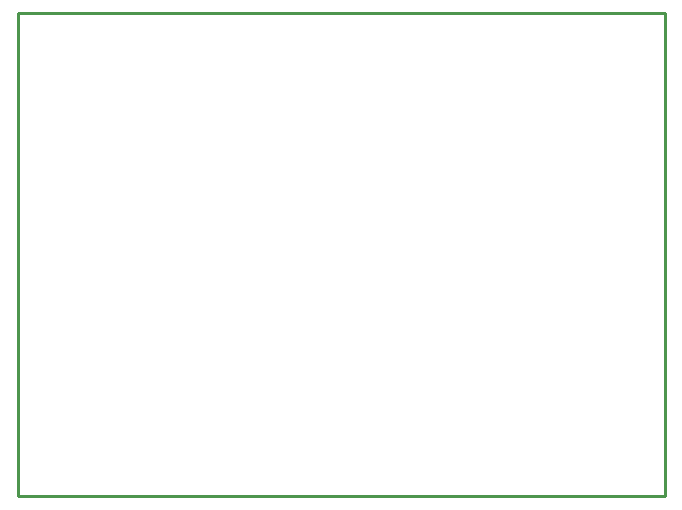
<source format=gbr>
G04 EAGLE Gerber RS-274X export*
G75*
%MOMM*%
%FSLAX34Y34*%
%LPD*%
%IN*%
%IPPOS*%
%AMOC8*
5,1,8,0,0,1.08239X$1,22.5*%
G01*
%ADD10C,0.254000*%


D10*
X81280Y401320D02*
X629160Y401320D01*
X629160Y810160D01*
X81280Y810160D01*
X81280Y401320D01*
M02*

</source>
